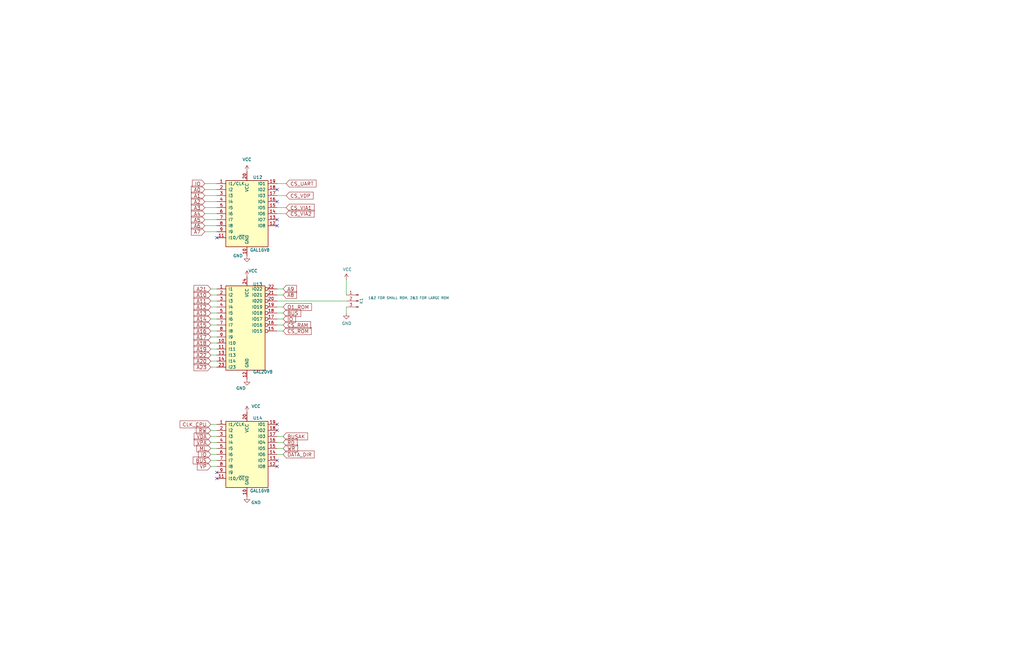
<source format=kicad_sch>
(kicad_sch (version 20211123) (generator eeschema)
  (paper "B")
  (lib_symbols
    (symbol "Connector:Conn_01x03_Male" (pin_names (offset 1.016) hide)
      (property "Reference" "J" (at 0 5.08 0))
      (property "Value" "Conn_01x03_Male" (at 0 -5.08 0))
      (symbol "Conn_01x03_Male_1_1"
        (polyline (pts (xy 1.27 -2.54) (xy 0.8636 -2.54)) (stroke (width 0.1524)))
        (polyline (pts (xy 1.27 0) (xy 0.8636 0)) (stroke (width 0.1524)))
        (polyline (pts (xy 1.27 2.54) (xy 0.8636 2.54)) (stroke (width 0.1524)))
        (rectangle (start 0.8636 -2.413) (end 0 -2.667) (stroke (width 0.1524)) (fill (type outline)))
        (rectangle (start 0.8636 0.127) (end 0 -0.127) (stroke (width 0.1524)) (fill (type outline)))
        (rectangle (start 0.8636 2.667) (end 0 2.413) (stroke (width 0.1524)) (fill (type outline)))
        (pin passive line (at 5.08 2.54 180) (length 3.81) (name "Pin_1") (number "1"))
        (pin passive line (at 5.08 0 180) (length 3.81) (name "Pin_2") (number "2"))
        (pin passive line (at 5.08 -2.54 180) (length 3.81) (name "Pin_3") (number "3"))
      )
    )
    (symbol "Logic_Programmable:GAL16V8" (pin_names (offset 1.016))
      (property "Reference" "U" (at -8.89 16.51 0))
      (property "Value" "GAL16V8" (at 1.27 16.51 0))
      (symbol "GAL16V8_0_0"
        (pin power_in line (at 0 -17.78 90) (length 3.81) (name "GND") (number "10"))
        (pin power_in line (at 0 17.78 270) (length 3.81) (name "VCC") (number "20"))
      )
      (symbol "GAL16V8_0_1"
        (rectangle (start -8.89 13.97) (end 8.89 -13.97) (stroke (width 0.254)) (fill (type background)))
      )
      (symbol "GAL16V8_1_1"
        (pin input line (at -12.7 12.7 0) (length 3.81) (name "I1/CLK") (number "1"))
        (pin input line (at -12.7 -10.16 0) (length 3.81) (name "I10/~{OE}") (number "11"))
        (pin tri_state line (at 12.7 -5.08 180) (length 3.81) (name "IO8") (number "12"))
        (pin tri_state line (at 12.7 -2.54 180) (length 3.81) (name "IO7") (number "13"))
        (pin tri_state line (at 12.7 0 180) (length 3.81) (name "IO6") (number "14"))
        (pin tri_state line (at 12.7 2.54 180) (length 3.81) (name "IO5") (number "15"))
        (pin tri_state line (at 12.7 5.08 180) (length 3.81) (name "IO4") (number "16"))
        (pin tri_state line (at 12.7 7.62 180) (length 3.81) (name "I03") (number "17"))
        (pin tri_state line (at 12.7 10.16 180) (length 3.81) (name "IO2") (number "18"))
        (pin tri_state line (at 12.7 12.7 180) (length 3.81) (name "IO1") (number "19"))
        (pin input line (at -12.7 10.16 0) (length 3.81) (name "I2") (number "2"))
        (pin input line (at -12.7 7.62 0) (length 3.81) (name "I3") (number "3"))
        (pin input line (at -12.7 5.08 0) (length 3.81) (name "I4") (number "4"))
        (pin input line (at -12.7 2.54 0) (length 3.81) (name "I5") (number "5"))
        (pin input line (at -12.7 0 0) (length 3.81) (name "I6") (number "6"))
        (pin input line (at -12.7 -2.54 0) (length 3.81) (name "I7") (number "7"))
        (pin input line (at -12.7 -5.08 0) (length 3.81) (name "I8") (number "8"))
        (pin input line (at -12.7 -7.62 0) (length 3.81) (name "I9") (number "9"))
      )
    )
    (symbol "Logic_Programmable:PAL20L8" (pin_names (offset 1.016))
      (property "Reference" "U" (at -8.89 21.59 0))
      (property "Value" "PAL20L8" (at 1.27 21.59 0))
      (symbol "PAL20L8_0_0"
        (pin power_in line (at 0 -20.32 90) (length 3.81) (name "GND") (number "12"))
        (pin power_in line (at 0 22.86 270) (length 3.81) (name "VCC") (number "24"))
      )
      (symbol "PAL20L8_0_1"
        (rectangle (start -8.89 19.05) (end 7.62 -16.51) (stroke (width 0.254)) (fill (type background)))
      )
      (symbol "PAL20L8_1_1"
        (pin input line (at -12.7 17.78 0) (length 3.81) (name "I1") (number "1"))
        (pin input line (at -12.7 -5.08 0) (length 3.81) (name "I10") (number "10"))
        (pin input line (at -12.7 -7.62 0) (length 3.81) (name "I11") (number "11"))
        (pin input line (at -12.7 -10.16 0) (length 3.81) (name "I13") (number "13"))
        (pin input line (at -12.7 -12.7 0) (length 3.81) (name "I14") (number "14"))
        (pin tri_state inverted (at 12.7 0 180) (length 5.08) (name "IO15") (number "15"))
        (pin tri_state inverted (at 12.7 2.54 180) (length 5.08) (name "IO16") (number "16"))
        (pin tri_state inverted (at 12.7 5.08 180) (length 5.08) (name "IO17") (number "17"))
        (pin tri_state inverted (at 12.7 7.62 180) (length 5.08) (name "IO18") (number "18"))
        (pin tri_state inverted (at 12.7 10.16 180) (length 5.08) (name "IO19") (number "19"))
        (pin input line (at -12.7 15.24 0) (length 3.81) (name "I2") (number "2"))
        (pin tri_state inverted (at 12.7 12.7 180) (length 5.08) (name "I020") (number "20"))
        (pin tri_state inverted (at 12.7 15.24 180) (length 5.08) (name "IO21") (number "21"))
        (pin tri_state inverted (at 12.7 17.78 180) (length 5.08) (name "IO22") (number "22"))
        (pin input line (at -12.7 -15.24 0) (length 3.81) (name "I23") (number "23"))
        (pin input line (at -12.7 12.7 0) (length 3.81) (name "I3") (number "3"))
        (pin input line (at -12.7 10.16 0) (length 3.81) (name "I4") (number "4"))
        (pin input line (at -12.7 7.62 0) (length 3.81) (name "I5") (number "5"))
        (pin input line (at -12.7 5.08 0) (length 3.81) (name "I6") (number "6"))
        (pin input line (at -12.7 2.54 0) (length 3.81) (name "I7") (number "7"))
        (pin input line (at -12.7 0 0) (length 3.81) (name "I8") (number "8"))
        (pin input line (at -12.7 -2.54 0) (length 3.81) (name "I9") (number "9"))
      )
    )
    (symbol "power:GND" (power) (pin_names (offset 0))
      (property "Value" "GND" (at 0 -3.81 0))
      (symbol "GND_0_1"
        (polyline (pts (xy 0 0) (xy 0 -1.27) (xy 1.27 -1.27) (xy 0 -2.54) (xy -1.27 -1.27) (xy 0 -1.27)))
      )
      (symbol "GND_1_1"
        (pin power_in line (at 0 0 270) (length 0) hide (name "GND") (number "1"))
      )
    )
    (symbol "power:VCC" (power) (pin_names (offset 0))
      (property "Value" "VCC" (at 0 3.81 0))
      (symbol "VCC_0_1"
        (polyline (pts (xy -0.762 1.27) (xy 0 2.54)))
        (polyline (pts (xy 0 0) (xy 0 2.54)))
        (polyline (pts (xy 0 2.54) (xy 0.762 1.27)))
      )
      (symbol "VCC_1_1"
        (pin power_in line (at 0 0 90) (length 0) hide (name "VCC") (number "1"))
      )
    )
  )
  (no_connect (at 91.44 201.93))
  (no_connect (at 91.44 199.39))
  (no_connect (at 91.44 100.33))
  (no_connect (at 116.84 196.85))
  (no_connect (at 116.84 194.31))
  (no_connect (at 116.84 179.07))
  (no_connect (at 116.84 181.61))
  (no_connect (at 116.84 80.01))
  (no_connect (at 116.84 85.09))
  (no_connect (at 116.84 95.25))
  (no_connect (at 116.84 92.71))
  (wire (pts (xy 116.84 124.46) (xy 119.38 124.46)))
  (wire (pts (xy 116.84 127) (xy 146.05 127)))
  (wire (pts (xy 86.36 77.47) (xy 91.44 77.47)))
  (wire (pts (xy 116.84 186.69) (xy 119.38 186.69)))
  (wire (pts (xy 86.36 97.79) (xy 91.44 97.79)))
  (wire (pts (xy 86.36 85.09) (xy 91.44 85.09)))
  (wire (pts (xy 86.36 95.25) (xy 91.44 95.25)))
  (wire (pts (xy 88.9 147.32) (xy 91.44 147.32)))
  (wire (pts (xy 88.9 186.69) (xy 91.44 186.69)))
  (wire (pts (xy 86.36 87.63) (xy 91.44 87.63)))
  (wire (pts (xy 116.84 191.77) (xy 119.38 191.77)))
  (wire (pts (xy 116.84 90.17) (xy 120.65 90.17)))
  (wire (pts (xy 116.84 82.55) (xy 120.65 82.55)))
  (wire (pts (xy 116.84 77.47) (xy 120.65 77.47)))
  (wire (pts (xy 88.9 124.46) (xy 91.44 124.46)))
  (wire (pts (xy 88.9 144.78) (xy 91.44 144.78)))
  (wire (pts (xy 86.36 90.17) (xy 91.44 90.17)))
  (wire (pts (xy 116.84 132.08) (xy 119.38 132.08)))
  (wire (pts (xy 116.84 139.7) (xy 119.38 139.7)))
  (wire (pts (xy 88.9 179.07) (xy 91.44 179.07)))
  (wire (pts (xy 116.84 134.62) (xy 119.38 134.62)))
  (wire (pts (xy 146.05 129.54) (xy 146.05 132.08)))
  (wire (pts (xy 88.9 139.7) (xy 91.44 139.7)))
  (wire (pts (xy 116.84 137.16) (xy 119.38 137.16)))
  (wire (pts (xy 88.9 191.77) (xy 91.44 191.77)))
  (wire (pts (xy 86.36 92.71) (xy 91.44 92.71)))
  (wire (pts (xy 88.9 129.54) (xy 91.44 129.54)))
  (wire (pts (xy 88.9 154.94) (xy 91.44 154.94)))
  (wire (pts (xy 116.84 87.63) (xy 120.65 87.63)))
  (wire (pts (xy 86.36 80.01) (xy 91.44 80.01)))
  (wire (pts (xy 88.9 194.31) (xy 91.44 194.31)))
  (wire (pts (xy 88.9 184.15) (xy 91.44 184.15)))
  (wire (pts (xy 116.84 121.92) (xy 119.38 121.92)))
  (wire (pts (xy 86.36 82.55) (xy 91.44 82.55)))
  (wire (pts (xy 146.05 118.11) (xy 146.05 124.46)))
  (wire (pts (xy 88.9 149.86) (xy 91.44 149.86)))
  (wire (pts (xy 88.9 132.08) (xy 91.44 132.08)))
  (wire (pts (xy 88.9 189.23) (xy 91.44 189.23)))
  (wire (pts (xy 88.9 121.92) (xy 91.44 121.92)))
  (wire (pts (xy 88.9 137.16) (xy 91.44 137.16)))
  (wire (pts (xy 88.9 142.24) (xy 91.44 142.24)))
  (wire (pts (xy 88.9 152.4) (xy 91.44 152.4)))
  (wire (pts (xy 88.9 181.61) (xy 91.44 181.61)))
  (wire (pts (xy 116.84 129.54) (xy 119.38 129.54)))
  (wire (pts (xy 88.9 134.62) (xy 91.44 134.62)))
  (wire (pts (xy 116.84 189.23) (xy 119.38 189.23)))
  (wire (pts (xy 116.84 184.15) (xy 119.38 184.15)))
  (wire (pts (xy 88.9 127) (xy 91.44 127)))
  (wire (pts (xy 88.9 196.85) (xy 91.44 196.85)))
  (global_label "IO" (shape input) (at 119.38 134.62 0) (effects (font (size 1.524 1.524))) (property "Intersheet References" "${INTERSHEET_REFS}" (effects hide)))
  (global_label "CS_RAM" (shape input) (at 119.38 137.16 0) (effects (font (size 1.524 1.524))) (property "Intersheet References" "${INTERSHEET_REFS}" (effects hide)))
  (global_label "A16" (shape input) (at 88.9 139.7 180) (effects (font (size 1.524 1.524))) (property "Intersheet References" "${INTERSHEET_REFS}" (effects hide)))
  (global_label "A14" (shape input) (at 88.9 134.62 180) (effects (font (size 1.524 1.524))) (property "Intersheet References" "${INTERSHEET_REFS}" (effects hide)))
  (global_label "ML" (shape input) (at 88.9 189.23 180) (effects (font (size 1.524 1.524))) (property "Intersheet References" "${INTERSHEET_REFS}" (effects hide)))
  (global_label "A9" (shape input) (at 119.38 121.92 0) (effects (font (size 1.524 1.524))) (property "Intersheet References" "${INTERSHEET_REFS}" (effects hide)))
  (global_label "A19" (shape input) (at 88.9 147.32 180) (effects (font (size 1.524 1.524))) (property "Intersheet References" "${INTERSHEET_REFS}" (effects hide)))
  (global_label "IO" (shape input) (at 86.36 77.47 180) (effects (font (size 1.524 1.524))) (property "Intersheet References" "${INTERSHEET_REFS}" (effects hide)))
  (global_label "VPA" (shape input) (at 88.9 186.69 180) (effects (font (size 1.524 1.524))) (property "Intersheet References" "${INTERSHEET_REFS}" (effects hide)))
  (global_label "A22" (shape input) (at 88.9 149.86 180) (effects (font (size 1.524 1.524))) (property "Intersheet References" "${INTERSHEET_REFS}" (effects hide)))
  (global_label "A11" (shape input) (at 88.9 127 180) (effects (font (size 1.524 1.524))) (property "Intersheet References" "${INTERSHEET_REFS}" (effects hide)))
  (global_label "BUS" (shape input) (at 119.38 132.08 0) (effects (font (size 1.524 1.524))) (property "Intersheet References" "${INTERSHEET_REFS}" (effects hide)))
  (global_label "A12" (shape input) (at 88.9 129.54 180) (effects (font (size 1.524 1.524))) (property "Intersheet References" "${INTERSHEET_REFS}" (effects hide)))
  (global_label "A15" (shape input) (at 88.9 137.16 180) (effects (font (size 1.524 1.524))) (property "Intersheet References" "${INTERSHEET_REFS}" (effects hide)))
  (global_label "A21" (shape input) (at 88.9 121.92 180) (effects (font (size 1.524 1.524))) (property "Intersheet References" "${INTERSHEET_REFS}" (effects hide)))
  (global_label "BUSAK" (shape input) (at 119.38 184.15 0) (effects (font (size 1.524 1.524))) (property "Intersheet References" "${INTERSHEET_REFS}" (effects hide)))
  (global_label "RW" (shape input) (at 88.9 181.61 180) (effects (font (size 1.524 1.524))) (property "Intersheet References" "${INTERSHEET_REFS}" (effects hide)))
  (global_label "A20" (shape input) (at 88.9 152.4 180) (effects (font (size 1.524 1.524))) (property "Intersheet References" "${INTERSHEET_REFS}" (effects hide)))
  (global_label "O1_ROM" (shape input) (at 119.38 129.54 0) (effects (font (size 1.524 1.524))) (property "Intersheet References" "${INTERSHEET_REFS}" (effects hide)))
  (global_label "A6" (shape input) (at 86.36 95.25 180) (effects (font (size 1.524 1.524))) (property "Intersheet References" "${INTERSHEET_REFS}" (effects hide)))
  (global_label "CS_VDP" (shape input) (at 120.65 82.55 0) (effects (font (size 1.524 1.524))) (property "Intersheet References" "${INTERSHEET_REFS}" (effects hide)))
  (global_label "A7" (shape input) (at 86.36 97.79 180) (effects (font (size 1.524 1.524))) (property "Intersheet References" "${INTERSHEET_REFS}" (effects hide)))
  (global_label "WR" (shape input) (at 119.38 189.23 0) (effects (font (size 1.524 1.524))) (property "Intersheet References" "${INTERSHEET_REFS}" (effects hide)))
  (global_label "A8" (shape input) (at 119.38 124.46 0) (effects (font (size 1.524 1.524))) (property "Intersheet References" "${INTERSHEET_REFS}" (effects hide)))
  (global_label "CLK_CPU" (shape input) (at 88.9 179.07 180) (effects (font (size 1.524 1.524))) (property "Intersheet References" "${INTERSHEET_REFS}" (effects hide)))
  (global_label "A18" (shape input) (at 88.9 144.78 180) (effects (font (size 1.524 1.524))) (property "Intersheet References" "${INTERSHEET_REFS}" (effects hide)))
  (global_label "CS_VIA1" (shape input) (at 120.65 87.63 0) (effects (font (size 1.524 1.524))) (property "Intersheet References" "${INTERSHEET_REFS}" (effects hide)))
  (global_label "A23" (shape input) (at 88.9 154.94 180) (effects (font (size 1.524 1.524))) (property "Intersheet References" "${INTERSHEET_REFS}" (effects hide)))
  (global_label "DATA_DIR" (shape input) (at 119.38 191.77 0) (effects (font (size 1.524 1.524))) (property "Intersheet References" "${INTERSHEET_REFS}" (effects hide)))
  (global_label "A13" (shape input) (at 88.9 132.08 180) (effects (font (size 1.524 1.524))) (property "Intersheet References" "${INTERSHEET_REFS}" (effects hide)))
  (global_label "CS_ROM" (shape input) (at 119.38 139.7 0) (effects (font (size 1.524 1.524))) (property "Intersheet References" "${INTERSHEET_REFS}" (effects hide)))
  (global_label "A10" (shape input) (at 88.9 124.46 180) (effects (font (size 1.524 1.524))) (property "Intersheet References" "${INTERSHEET_REFS}" (effects hide)))
  (global_label "VP" (shape input) (at 88.9 196.85 180) (effects (font (size 1.524 1.524))) (property "Intersheet References" "${INTERSHEET_REFS}" (effects hide)))
  (global_label "BUS" (shape input) (at 88.9 194.31 180) (effects (font (size 1.524 1.524))) (property "Intersheet References" "${INTERSHEET_REFS}" (effects hide)))
  (global_label "A1" (shape input) (at 86.36 82.55 180) (effects (font (size 1.524 1.524))) (property "Intersheet References" "${INTERSHEET_REFS}" (effects hide)))
  (global_label "A2" (shape input) (at 86.36 85.09 180) (effects (font (size 1.524 1.524))) (property "Intersheet References" "${INTERSHEET_REFS}" (effects hide)))
  (global_label "A3" (shape input) (at 86.36 87.63 180) (effects (font (size 1.524 1.524))) (property "Intersheet References" "${INTERSHEET_REFS}" (effects hide)))
  (global_label "A4" (shape input) (at 86.36 90.17 180) (effects (font (size 1.524 1.524))) (property "Intersheet References" "${INTERSHEET_REFS}" (effects hide)))
  (global_label "A5" (shape input) (at 86.36 92.71 180) (effects (font (size 1.524 1.524))) (property "Intersheet References" "${INTERSHEET_REFS}" (effects hide)))
  (global_label "IO" (shape input) (at 88.9 191.77 180) (effects (font (size 1.524 1.524))) (property "Intersheet References" "${INTERSHEET_REFS}" (effects hide)))
  (global_label "A17" (shape input) (at 88.9 142.24 180) (effects (font (size 1.524 1.524))) (property "Intersheet References" "${INTERSHEET_REFS}" (effects hide)))
  (global_label "RD" (shape input) (at 119.38 186.69 0) (effects (font (size 1.524 1.524))) (property "Intersheet References" "${INTERSHEET_REFS}" (effects hide)))
  (global_label "VDA" (shape input) (at 88.9 184.15 180) (effects (font (size 1.524 1.524))) (property "Intersheet References" "${INTERSHEET_REFS}" (effects hide)))
  (global_label "A0" (shape input) (at 86.36 80.01 180) (effects (font (size 1.524 1.524))) (property "Intersheet References" "${INTERSHEET_REFS}" (effects hide)))
  (global_label "CS_VIA2" (shape input) (at 120.65 90.17 0) (effects (font (size 1.524 1.524))) (property "Intersheet References" "${INTERSHEET_REFS}" (effects hide)))
  (global_label "CS_UART" (shape input) (at 120.65 77.47 0) (effects (font (size 1.524 1.524))) (property "Intersheet References" "${INTERSHEET_REFS}" (effects hide)))
  (symbol (lib_id "Connector:Conn_01x03_Male") (at 151.13 127 0) (mirror y) (unit 1)
    (property "Reference" "K1" (at 152.4 127 90))
    (property "Value" "1&2 FOR SMALL ROM, 2&3 FOR LARGE ROM " (at 172.72 125.73 0) (effects (font (size 1.016 1.016))))
    (property "Footprint" "Connector_PinHeader_2.54mm:PinHeader_1x03_P2.54mm_Vertical" (effects hide))
  )
  (symbol (lib_id "power:VCC") (at 146.05 118.11 0) (unit 1)
    (property "Reference" "#PWR028" (effects hide))
    (property "Value" "VCC" (at 146.431 113.7158 0))
  )
  (symbol (lib_id "power:GND") (at 146.05 132.08 0) (unit 1)
    (property "Reference" "#PWR029" (effects hide))
    (property "Value" "GND" (at 146.177 136.4742 0))
  )
  (symbol (lib_id "Logic_Programmable:GAL16V8") (at 104.14 90.17 0) (unit 1)
    (property "Reference" "U12" (at 106.68 75.565 0) (effects (justify left bottom)))
    (property "Value" "GAL16V8" (at 105.41 104.775 0) (effects (justify left top)))
    (property "Footprint" "Package_DIP:DIP-20_W7.62mm_Socket_LongPads" (effects hide))
  )
  (symbol (lib_id "Logic_Programmable:PAL20L8") (at 104.14 139.7 0) (unit 1)
    (property "Reference" "U13" (at 106.68 120.65 0) (effects (justify left bottom)))
    (property "Value" "GAL20V8" (at 106.68 156.21 0) (effects (justify left top)))
    (property "Footprint" "Package_DIP:DIP-24_W7.62mm_Socket_LongPads" (effects hide))
  )
  (symbol (lib_id "Logic_Programmable:GAL16V8") (at 104.14 191.77 0) (unit 1)
    (property "Reference" "U14" (at 106.68 177.165 0) (effects (justify left bottom)))
    (property "Value" "GAL16V8" (at 105.41 206.375 0) (effects (justify left top)))
    (property "Footprint" "Package_DIP:DIP-20_W7.62mm_Socket_LongPads" (effects hide))
  )
  (symbol (lib_id "power:VCC") (at 104.14 72.39 0) (unit 1)
    (property "Reference" "#PWR022" (effects hide))
    (property "Value" "VCC" (at 104.14 67.31 0))
  )
  (symbol (lib_id "power:GND") (at 104.14 209.55 0) (unit 1)
    (property "Reference" "#PWR027" (effects hide))
    (property "Value" "GND" (at 107.95 212.09 0))
  )
  (symbol (lib_id "power:GND") (at 104.14 107.95 0) (unit 1)
    (property "Reference" "#PWR023" (effects hide))
    (property "Value" "GND" (at 100.33 107.95 0))
  )
  (symbol (lib_id "power:VCC") (at 104.14 173.99 0) (unit 1)
    (property "Reference" "#PWR026" (effects hide))
    (property "Value" "VCC" (at 107.95 171.45 0))
  )
  (symbol (lib_id "power:VCC") (at 104.14 116.84 0) (unit 1)
    (property "Reference" "#PWR024" (effects hide))
    (property "Value" "VCC" (at 106.68 114.3 0))
  )
  (symbol (lib_id "power:GND") (at 104.14 160.02 0) (unit 1)
    (property "Reference" "#PWR025" (effects hide))
    (property "Value" "GND" (at 101.6 163.83 0))
  )
)
</source>
